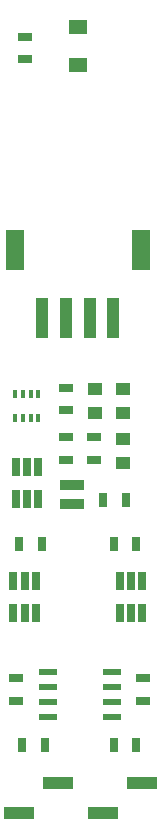
<source format=gtp>
G04 #@! TF.GenerationSoftware,KiCad,Pcbnew,(5.0.0-rc2-dev-444-g2974a2c10)*
G04 #@! TF.CreationDate,2019-11-01T17:22:56-07:00*
G04 #@! TF.ProjectId,EURO Dual 12-bit DAC-10V,4555524F204475616C2031322D626974,v01*
G04 #@! TF.SameCoordinates,Original*
G04 #@! TF.FileFunction,Paste,Top*
G04 #@! TF.FilePolarity,Positive*
%FSLAX46Y46*%
G04 Gerber Fmt 4.6, Leading zero omitted, Abs format (unit mm)*
G04 Created by KiCad (PCBNEW (5.0.0-rc2-dev-444-g2974a2c10)) date 11/01/19 17:22:56*
%MOMM*%
%LPD*%
G01*
G04 APERTURE LIST*
%ADD10R,0.350000X0.800000*%
%ADD11R,1.000000X3.500000*%
%ADD12R,1.500000X3.400000*%
%ADD13R,1.550000X0.600000*%
%ADD14R,0.650000X1.560000*%
%ADD15R,1.600000X1.200000*%
%ADD16R,1.250000X1.000000*%
%ADD17R,2.000000X0.900000*%
%ADD18R,0.700000X1.300000*%
%ADD19R,1.300000X0.700000*%
%ADD20R,2.510000X1.000000*%
G04 APERTURE END LIST*
D10*
X87200000Y-84850000D03*
X87875000Y-84850000D03*
X88525000Y-84850000D03*
X89175000Y-84850000D03*
X89175000Y-82750000D03*
X88525000Y-82750000D03*
X87875000Y-82750000D03*
X87225000Y-82750000D03*
D11*
X95500000Y-76375000D03*
X93500000Y-76375000D03*
X91500000Y-76375000D03*
X89500000Y-76375000D03*
D12*
X97850000Y-70625000D03*
X87150000Y-70625000D03*
D13*
X95395433Y-106288050D03*
X95395433Y-107558050D03*
X95395433Y-108828050D03*
X95395433Y-110098050D03*
X89995433Y-110098050D03*
X89995433Y-108828050D03*
X89995433Y-107558050D03*
X89995433Y-106288050D03*
D14*
X88000000Y-98650000D03*
X87050000Y-98650000D03*
X88950000Y-98650000D03*
X88950000Y-101350000D03*
X88000000Y-101350000D03*
X87050000Y-101350000D03*
X97000000Y-98650000D03*
X96050000Y-98650000D03*
X97950000Y-98650000D03*
X97950000Y-101350000D03*
X97000000Y-101350000D03*
X96050000Y-101350000D03*
D15*
X92500000Y-51700000D03*
X92500000Y-54900000D03*
D16*
X96300000Y-86600000D03*
X96300000Y-88600000D03*
X93925000Y-82400000D03*
X93925000Y-84400000D03*
X96300000Y-82400000D03*
X96300000Y-84400000D03*
D17*
X92025000Y-92100000D03*
X92025000Y-90500000D03*
D18*
X96550000Y-91800000D03*
X94650000Y-91800000D03*
D19*
X91500000Y-86450000D03*
X91500000Y-88350000D03*
X91520000Y-84150000D03*
X91520000Y-82250000D03*
X93900000Y-86450000D03*
X93900000Y-88350000D03*
D14*
X88200000Y-88950000D03*
X87250000Y-88950000D03*
X89150000Y-88950000D03*
X89150000Y-91650000D03*
X88200000Y-91650000D03*
X87250000Y-91650000D03*
D20*
X90805000Y-115730000D03*
X87495000Y-118270000D03*
X97905000Y-115730000D03*
X94595000Y-118270000D03*
D18*
X89700000Y-112500000D03*
X87800000Y-112500000D03*
D19*
X87250000Y-106862050D03*
X87250000Y-108762050D03*
D18*
X97450000Y-112500000D03*
X95550000Y-112500000D03*
D19*
X98000000Y-108762050D03*
X98000000Y-106862050D03*
D18*
X95550000Y-95500000D03*
X97450000Y-95500000D03*
X87550000Y-95500000D03*
X89450000Y-95500000D03*
D19*
X88000000Y-52550000D03*
X88000000Y-54450000D03*
M02*

</source>
